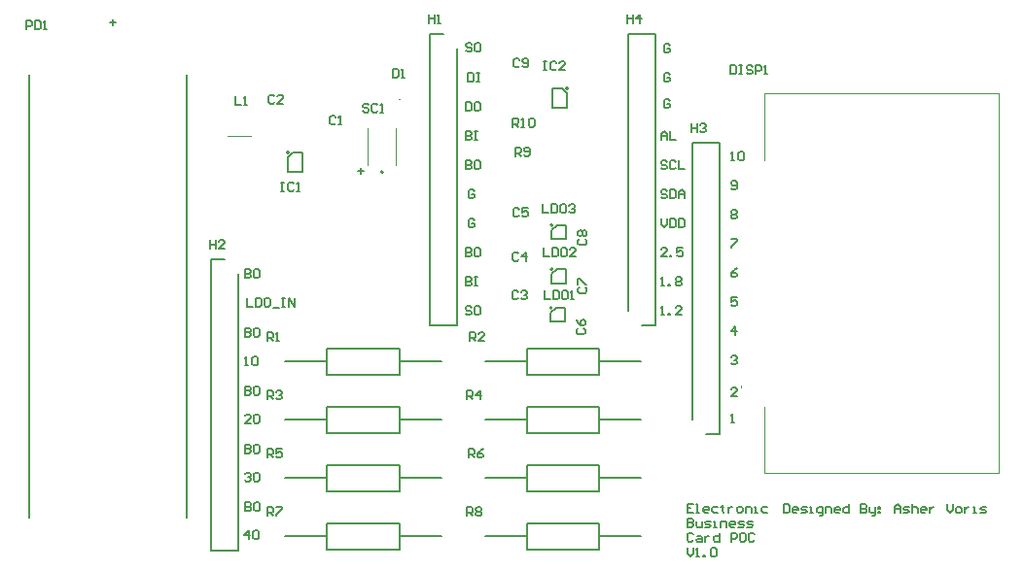
<source format=gto>
G04*
G04 #@! TF.GenerationSoftware,Altium Limited,Altium Designer,21.3.2 (30)*
G04*
G04 Layer_Color=65535*
%FSLAX25Y25*%
%MOIN*%
G70*
G04*
G04 #@! TF.SameCoordinates,854D5A4D-7B49-4B2E-BA62-70F088FD304A*
G04*
G04*
G04 #@! TF.FilePolarity,Positive*
G04*
G01*
G75*
%ADD10C,0.00394*%
%ADD11C,0.00787*%
%ADD12C,0.00600*%
D10*
X6901Y6370D02*
G03*
X6901Y6370I-197J0D01*
G01*
X134803Y162571D02*
G03*
X135197Y162571I197J0D01*
G01*
D02*
G03*
X134803Y162571I-197J0D01*
G01*
X260000Y141634D02*
Y164272D01*
Y141634D02*
Y164272D01*
Y164469D02*
X340315D01*
X260000D02*
X340315D01*
Y34154D02*
Y164469D01*
Y34154D02*
Y164469D01*
X260000Y34154D02*
X340315D01*
X260000D02*
X340315D01*
X260000D02*
Y56988D01*
Y34154D02*
Y56988D01*
X76063Y150000D02*
X83937D01*
X133740Y139882D02*
Y152480D01*
X123898Y139882D02*
Y152480D01*
D11*
X252126Y63484D02*
G03*
X252126Y63878I0J197D01*
G01*
D02*
G03*
X252126Y63484I0J-197D01*
G01*
D02*
G03*
X252126Y63878I0J197D01*
G01*
X97047Y144272D02*
G03*
X97047Y144272I-394J0D01*
G01*
X192665Y166272D02*
G03*
X192665Y166272I-394J0D01*
G01*
X187443Y119433D02*
G03*
X187443Y119433I-394J0D01*
G01*
X128425Y137520D02*
G03*
X129213Y137520I394J0D01*
G01*
D02*
G03*
X128425Y137520I-394J0D01*
G01*
X187132Y91000D02*
G03*
X187132Y91000I-394J0D01*
G01*
X187443Y104222D02*
G03*
X187443Y104222I-394J0D01*
G01*
X62067Y19016D02*
Y170984D01*
X7933Y19016D02*
Y170984D01*
X213256Y90000D02*
Y185000D01*
X222744D01*
Y85000D02*
Y185000D01*
X218000Y85000D02*
X222744D01*
X96653Y142500D02*
X98425Y144272D01*
X96653Y137579D02*
Y142500D01*
Y137579D02*
X101772D01*
Y144272D01*
X98425D02*
X101772D01*
X190500Y166272D02*
X192272Y164500D01*
X187153Y166272D02*
X190500D01*
X187153Y159579D02*
Y166272D01*
Y159579D02*
X192272D01*
Y164500D01*
X187049Y117689D02*
X188793Y119433D01*
X187049Y114567D02*
Y117689D01*
Y114567D02*
X191915D01*
Y119433D01*
X188793D02*
X191915D01*
X203413Y12500D02*
X217783D01*
X164240D02*
X178610D01*
Y7972D02*
Y17028D01*
Y7972D02*
X203413D01*
Y17028D01*
X178610D02*
X203413D01*
X154744Y85000D02*
Y180000D01*
X145256Y85000D02*
X154744D01*
X145256D02*
Y185000D01*
X150000D01*
X79744Y7500D02*
Y102500D01*
X70256Y7500D02*
X79744D01*
X70256D02*
Y107500D01*
X75000D01*
X235256Y52500D02*
Y147500D01*
X244744D01*
Y47500D02*
Y147500D01*
X240000Y47500D02*
X244744D01*
X186738Y89256D02*
X188482Y91000D01*
X186738Y86134D02*
Y89256D01*
Y86134D02*
X191604D01*
Y91000D01*
X188482D02*
X191604D01*
X187049Y102478D02*
X188793Y104222D01*
X187049Y99356D02*
Y102478D01*
Y99356D02*
X191915D01*
Y104222D01*
X188793D02*
X191915D01*
X134913Y72500D02*
X149284D01*
X95740D02*
X110110D01*
Y67972D02*
Y77028D01*
Y67972D02*
X134913D01*
Y77028D01*
X110110D02*
X134913D01*
X203390Y72500D02*
X217760D01*
X164216D02*
X178587D01*
Y67972D02*
Y77028D01*
Y67972D02*
X203390D01*
Y77028D01*
X178587D02*
X203390D01*
X134913Y52500D02*
X149284D01*
X95740D02*
X110110D01*
Y47972D02*
Y57028D01*
Y47972D02*
X134913D01*
Y57028D01*
X110110D02*
X134913D01*
X203390Y52500D02*
X217760D01*
X164216D02*
X178587D01*
Y47972D02*
Y57028D01*
Y47972D02*
X203390D01*
Y57028D01*
X178587D02*
X203390D01*
X134913Y32500D02*
X149284D01*
X95740D02*
X110110D01*
Y27972D02*
Y37028D01*
Y27972D02*
X134913D01*
Y37028D01*
X110110D02*
X134913D01*
X203413Y32500D02*
X217783D01*
X164240D02*
X178610D01*
Y27972D02*
Y37028D01*
Y27972D02*
X203413D01*
Y37028D01*
X178610D02*
X203413D01*
X134913Y12500D02*
X149284D01*
X95740D02*
X110110D01*
Y7972D02*
Y17028D01*
Y7972D02*
X134913D01*
Y17028D01*
X110110D02*
X134913D01*
D12*
X250599Y60600D02*
X248600D01*
X250599Y62599D01*
Y63099D01*
X250099Y63599D01*
X249100D01*
X248600Y63099D01*
X81900Y83999D02*
Y81000D01*
X83399D01*
X83899Y81500D01*
Y82000D01*
X83399Y82499D01*
X81900D01*
X83399D01*
X83899Y82999D01*
Y83499D01*
X83399Y83999D01*
X81900D01*
X86399D02*
X85399D01*
X84899Y83499D01*
Y81500D01*
X85399Y81000D01*
X86399D01*
X86898Y81500D01*
Y83499D01*
X86399Y83999D01*
X82600Y94299D02*
Y91300D01*
X84599D01*
X85599Y94299D02*
Y91300D01*
X87099D01*
X87598Y91800D01*
Y93799D01*
X87099Y94299D01*
X85599D01*
X90098D02*
X89098D01*
X88598Y93799D01*
Y91800D01*
X89098Y91300D01*
X90098D01*
X90597Y91800D01*
Y93799D01*
X90098Y94299D01*
X91597Y90800D02*
X93596D01*
X94596Y94299D02*
X95596D01*
X95096D01*
Y91300D01*
X94596D01*
X95596D01*
X97095D02*
Y94299D01*
X99095Y91300D01*
Y94299D01*
X83899Y51300D02*
X81900D01*
X83899Y53299D01*
Y53799D01*
X83399Y54299D01*
X82400D01*
X81900Y53799D01*
X84899D02*
X85399Y54299D01*
X86399D01*
X86898Y53799D01*
Y51800D01*
X86399Y51300D01*
X85399D01*
X84899Y51800D01*
Y53799D01*
X159699Y181299D02*
X159200Y181799D01*
X158200D01*
X157700Y181299D01*
Y180799D01*
X158200Y180299D01*
X159200D01*
X159699Y179800D01*
Y179300D01*
X159200Y178800D01*
X158200D01*
X157700Y179300D01*
X162199Y181799D02*
X161199D01*
X160699Y181299D01*
Y179300D01*
X161199Y178800D01*
X162199D01*
X162698Y179300D01*
Y181299D01*
X162199Y181799D01*
X248600Y141600D02*
X249600D01*
X249100D01*
Y144599D01*
X248600Y144099D01*
X251099D02*
X251599Y144599D01*
X252599D01*
X253099Y144099D01*
Y142100D01*
X252599Y141600D01*
X251599D01*
X251099Y142100D01*
Y144099D01*
X248600Y114599D02*
X250599D01*
Y114099D01*
X248600Y112100D01*
Y111600D01*
Y74099D02*
X249100Y74599D01*
X250099D01*
X250599Y74099D01*
Y73599D01*
X250099Y73099D01*
X249600D01*
X250099D01*
X250599Y72600D01*
Y72100D01*
X250099Y71600D01*
X249100D01*
X248600Y72100D01*
X157600Y161599D02*
Y158600D01*
X159099D01*
X159599Y159100D01*
Y161099D01*
X159099Y161599D01*
X157600D01*
X162099D02*
X161099D01*
X160599Y161099D01*
Y159100D01*
X161099Y158600D01*
X162099D01*
X162598Y159100D01*
Y161099D01*
X162099Y161599D01*
X250599Y94599D02*
X248600D01*
Y93099D01*
X249600Y93599D01*
X250099D01*
X250599Y93099D01*
Y92100D01*
X250099Y91600D01*
X249100D01*
X248600Y92100D01*
X157600Y101599D02*
Y98600D01*
X159099D01*
X159599Y99100D01*
Y99600D01*
X159099Y100100D01*
X157600D01*
X159099D01*
X159599Y100599D01*
Y101099D01*
X159099Y101599D01*
X157600D01*
X160599D02*
X161599D01*
X161099D01*
Y98600D01*
X160599D01*
X161599D01*
X250099Y81600D02*
Y84599D01*
X248600Y83100D01*
X250599D01*
X226599Y131099D02*
X226099Y131599D01*
X225100D01*
X224600Y131099D01*
Y130599D01*
X225100Y130099D01*
X226099D01*
X226599Y129600D01*
Y129100D01*
X226099Y128600D01*
X225100D01*
X224600Y129100D01*
X227599Y131599D02*
Y128600D01*
X229099D01*
X229598Y129100D01*
Y131099D01*
X229099Y131599D01*
X227599D01*
X230598Y128600D02*
Y130599D01*
X231598Y131599D01*
X232597Y130599D01*
Y128600D01*
Y130099D01*
X230598D01*
X227599Y181099D02*
X227099Y181599D01*
X226100D01*
X225600Y181099D01*
Y179100D01*
X226100Y178600D01*
X227099D01*
X227599Y179100D01*
Y180099D01*
X226600D01*
X157600Y151599D02*
Y148600D01*
X159099D01*
X159599Y149100D01*
Y149600D01*
X159099Y150100D01*
X157600D01*
X159099D01*
X159599Y150599D01*
Y151099D01*
X159099Y151599D01*
X157600D01*
X160599D02*
X161599D01*
X161099D01*
Y148600D01*
X160599D01*
X161599D01*
X157600Y111599D02*
Y108600D01*
X159099D01*
X159599Y109100D01*
Y109600D01*
X159099Y110099D01*
X157600D01*
X159099D01*
X159599Y110599D01*
Y111099D01*
X159099Y111599D01*
X157600D01*
X162099D02*
X161099D01*
X160599Y111099D01*
Y109100D01*
X161099Y108600D01*
X162099D01*
X162598Y109100D01*
Y111099D01*
X162099Y111599D01*
X226599Y141099D02*
X226099Y141599D01*
X225100D01*
X224600Y141099D01*
Y140599D01*
X225100Y140100D01*
X226099D01*
X226599Y139600D01*
Y139100D01*
X226099Y138600D01*
X225100D01*
X224600Y139100D01*
X229598Y141099D02*
X229099Y141599D01*
X228099D01*
X227599Y141099D01*
Y139100D01*
X228099Y138600D01*
X229099D01*
X229598Y139100D01*
X230598Y141599D02*
Y138600D01*
X232597D01*
X83200Y11500D02*
Y14499D01*
X81700Y13000D01*
X83699D01*
X84699Y13999D02*
X85199Y14499D01*
X86199D01*
X86698Y13999D01*
Y12000D01*
X86199Y11500D01*
X85199D01*
X84699Y12000D01*
Y13999D01*
X235599Y23716D02*
X233600D01*
Y20717D01*
X235599D01*
X233600Y22216D02*
X234600D01*
X236599Y20717D02*
X237599D01*
X237099D01*
Y23716D01*
X236599D01*
X240598Y20717D02*
X239598D01*
X239098Y21216D01*
Y22216D01*
X239598Y22716D01*
X240598D01*
X241098Y22216D01*
Y21716D01*
X239098D01*
X244097Y22716D02*
X242597D01*
X242097Y22216D01*
Y21216D01*
X242597Y20717D01*
X244097D01*
X245596Y23216D02*
Y22716D01*
X245096D01*
X246096D01*
X245596D01*
Y21216D01*
X246096Y20717D01*
X247596Y22716D02*
Y20717D01*
Y21716D01*
X248095Y22216D01*
X248595Y22716D01*
X249095D01*
X251094Y20717D02*
X252094D01*
X252594Y21216D01*
Y22216D01*
X252094Y22716D01*
X251094D01*
X250594Y22216D01*
Y21216D01*
X251094Y20717D01*
X253593D02*
Y22716D01*
X255093D01*
X255593Y22216D01*
Y20717D01*
X256593D02*
X257592D01*
X257092D01*
Y22716D01*
X256593D01*
X261091D02*
X259592D01*
X259092Y22216D01*
Y21216D01*
X259592Y20717D01*
X261091D01*
X233600Y18677D02*
Y15678D01*
X235100D01*
X235599Y16177D01*
Y16677D01*
X235100Y17177D01*
X233600D01*
X235100D01*
X235599Y17677D01*
Y18177D01*
X235100Y18677D01*
X233600D01*
X236599Y17677D02*
Y16177D01*
X237099Y15678D01*
X238598D01*
Y17677D01*
X239598Y15678D02*
X241098D01*
X241597Y16177D01*
X241098Y16677D01*
X240098D01*
X239598Y17177D01*
X240098Y17677D01*
X241597D01*
X242597Y15678D02*
X243597D01*
X243097D01*
Y17677D01*
X242597D01*
X245096Y15678D02*
Y17677D01*
X246596D01*
X247096Y17177D01*
Y15678D01*
X249595D02*
X248595D01*
X248095Y16177D01*
Y17177D01*
X248595Y17677D01*
X249595D01*
X250095Y17177D01*
Y16677D01*
X248095D01*
X251094Y15678D02*
X252594D01*
X253094Y16177D01*
X252594Y16677D01*
X251594D01*
X251094Y17177D01*
X251594Y17677D01*
X253094D01*
X254093Y15678D02*
X255593D01*
X256093Y16177D01*
X255593Y16677D01*
X254593D01*
X254093Y17177D01*
X254593Y17677D01*
X256093D01*
X235599Y13138D02*
X235100Y13638D01*
X234100D01*
X233600Y13138D01*
Y11139D01*
X234100Y10639D01*
X235100D01*
X235599Y11139D01*
X237099Y12638D02*
X238099D01*
X238598Y12138D01*
Y10639D01*
X237099D01*
X236599Y11139D01*
X237099Y11638D01*
X238598D01*
X239598Y12638D02*
Y10639D01*
Y11638D01*
X240098Y12138D01*
X240598Y12638D01*
X241098D01*
X244596Y13638D02*
Y10639D01*
X243097D01*
X242597Y11139D01*
Y12138D01*
X243097Y12638D01*
X244596D01*
X248595Y10639D02*
Y13638D01*
X250095D01*
X250594Y13138D01*
Y12138D01*
X250095Y11638D01*
X248595D01*
X253094Y13638D02*
X252094D01*
X251594Y13138D01*
Y11139D01*
X252094Y10639D01*
X253094D01*
X253593Y11139D01*
Y13138D01*
X253094Y13638D01*
X256593Y13138D02*
X256093Y13638D01*
X255093D01*
X254593Y13138D01*
Y11139D01*
X255093Y10639D01*
X256093D01*
X256593Y11139D01*
X233600Y8599D02*
Y6600D01*
X234600Y5600D01*
X235599Y6600D01*
Y8599D01*
X236599Y5600D02*
X237599D01*
X237099D01*
Y8599D01*
X236599Y8099D01*
X239098Y5600D02*
Y6100D01*
X239598D01*
Y5600D01*
X239098D01*
X241597Y8099D02*
X242097Y8599D01*
X243097D01*
X243597Y8099D01*
Y6100D01*
X243097Y5600D01*
X242097D01*
X241597Y6100D01*
Y8099D01*
X160599Y131099D02*
X160099Y131599D01*
X159100D01*
X158600Y131099D01*
Y129100D01*
X159100Y128600D01*
X160099D01*
X160599Y129100D01*
Y130099D01*
X159600D01*
X157600Y141599D02*
Y138600D01*
X159099D01*
X159599Y139100D01*
Y139600D01*
X159099Y140100D01*
X157600D01*
X159099D01*
X159599Y140599D01*
Y141099D01*
X159099Y141599D01*
X157600D01*
X162099D02*
X161099D01*
X160599Y141099D01*
Y139100D01*
X161099Y138600D01*
X162099D01*
X162598Y139100D01*
Y141099D01*
X162099Y141599D01*
X248600Y124099D02*
X249100Y124599D01*
X250099D01*
X250599Y124099D01*
Y123599D01*
X250099Y123100D01*
X250599Y122600D01*
Y122100D01*
X250099Y121600D01*
X249100D01*
X248600Y122100D01*
Y122600D01*
X249100Y123100D01*
X248600Y123599D01*
Y124099D01*
X249100Y123100D02*
X250099D01*
X81900Y71200D02*
X82900D01*
X82400D01*
Y74199D01*
X81900Y73699D01*
X84399D02*
X84899Y74199D01*
X85899D01*
X86399Y73699D01*
Y71700D01*
X85899Y71200D01*
X84899D01*
X84399Y71700D01*
Y73699D01*
X81900Y44099D02*
Y41100D01*
X83399D01*
X83899Y41600D01*
Y42100D01*
X83399Y42599D01*
X81900D01*
X83399D01*
X83899Y43099D01*
Y43599D01*
X83399Y44099D01*
X81900D01*
X86399D02*
X85399D01*
X84899Y43599D01*
Y41600D01*
X85399Y41100D01*
X86399D01*
X86898Y41600D01*
Y43599D01*
X86399Y44099D01*
X160599Y121099D02*
X160099Y121599D01*
X159100D01*
X158600Y121099D01*
Y119100D01*
X159100Y118600D01*
X160099D01*
X160599Y119100D01*
Y120099D01*
X159600D01*
X226599Y108600D02*
X224600D01*
X226599Y110599D01*
Y111099D01*
X226099Y111599D01*
X225100D01*
X224600Y111099D01*
X227599Y108600D02*
Y109100D01*
X228099D01*
Y108600D01*
X227599D01*
X232098Y111599D02*
X230098D01*
Y110099D01*
X231098Y110599D01*
X231598D01*
X232098Y110099D01*
Y109100D01*
X231598Y108600D01*
X230598D01*
X230098Y109100D01*
X35700Y189100D02*
X37699D01*
X36700Y190099D02*
Y188100D01*
X82100Y24199D02*
Y21200D01*
X83600D01*
X84099Y21700D01*
Y22200D01*
X83600Y22700D01*
X82100D01*
X83600D01*
X84099Y23199D01*
Y23699D01*
X83600Y24199D01*
X82100D01*
X86599D02*
X85599D01*
X85099Y23699D01*
Y21700D01*
X85599Y21200D01*
X86599D01*
X87098Y21700D01*
Y23699D01*
X86599Y24199D01*
X224600Y148600D02*
Y150599D01*
X225600Y151599D01*
X226599Y150599D01*
Y148600D01*
Y150100D01*
X224600D01*
X227599Y151599D02*
Y148600D01*
X229598D01*
X81900Y64099D02*
Y61100D01*
X83399D01*
X83899Y61600D01*
Y62100D01*
X83399Y62599D01*
X81900D01*
X83399D01*
X83899Y63099D01*
Y63599D01*
X83399Y64099D01*
X81900D01*
X86399D02*
X85399D01*
X84899Y63599D01*
Y61600D01*
X85399Y61100D01*
X86399D01*
X86898Y61600D01*
Y63599D01*
X86399Y64099D01*
X248600Y132100D02*
X249100Y131600D01*
X250099D01*
X250599Y132100D01*
Y134099D01*
X250099Y134599D01*
X249100D01*
X248600Y134099D01*
Y133599D01*
X249100Y133099D01*
X250599D01*
X227599Y162099D02*
X227099Y162599D01*
X226100D01*
X225600Y162099D01*
Y160100D01*
X226100Y159600D01*
X227099D01*
X227599Y160100D01*
Y161100D01*
X226600D01*
X224600Y88600D02*
X225600D01*
X225100D01*
Y91599D01*
X224600Y91099D01*
X227099Y88600D02*
Y89100D01*
X227599D01*
Y88600D01*
X227099D01*
X231598D02*
X229598D01*
X231598Y90599D01*
Y91099D01*
X231098Y91599D01*
X230098D01*
X229598Y91099D01*
X158300Y171499D02*
Y168500D01*
X159800D01*
X160299Y169000D01*
Y170999D01*
X159800Y171499D01*
X158300D01*
X161299D02*
X162299D01*
X161799D01*
Y168500D01*
X161299D01*
X162299D01*
X266600Y23599D02*
Y20600D01*
X268099D01*
X268599Y21100D01*
Y23099D01*
X268099Y23599D01*
X266600D01*
X271098Y20600D02*
X270099D01*
X269599Y21100D01*
Y22099D01*
X270099Y22599D01*
X271098D01*
X271598Y22099D01*
Y21599D01*
X269599D01*
X272598Y20600D02*
X274098D01*
X274597Y21100D01*
X274098Y21599D01*
X273098D01*
X272598Y22099D01*
X273098Y22599D01*
X274597D01*
X275597Y20600D02*
X276597D01*
X276097D01*
Y22599D01*
X275597D01*
X279096Y19600D02*
X279596D01*
X280096Y20100D01*
Y22599D01*
X278596D01*
X278096Y22099D01*
Y21100D01*
X278596Y20600D01*
X280096D01*
X281095D02*
Y22599D01*
X282595D01*
X283095Y22099D01*
Y20600D01*
X285594D02*
X284594D01*
X284094Y21100D01*
Y22099D01*
X284594Y22599D01*
X285594D01*
X286094Y22099D01*
Y21599D01*
X284094D01*
X289093Y23599D02*
Y20600D01*
X287593D01*
X287093Y21100D01*
Y22099D01*
X287593Y22599D01*
X289093D01*
X293091Y23599D02*
Y20600D01*
X294591D01*
X295091Y21100D01*
Y21599D01*
X294591Y22099D01*
X293091D01*
X294591D01*
X295091Y22599D01*
Y23099D01*
X294591Y23599D01*
X293091D01*
X296091Y22599D02*
Y21100D01*
X296590Y20600D01*
X298090D01*
Y20100D01*
X297590Y19600D01*
X297090D01*
X298090Y20600D02*
Y22599D01*
X299090D02*
X299589D01*
Y22099D01*
X299090D01*
Y22599D01*
Y21100D02*
X299589D01*
Y20600D01*
X299090D01*
Y21100D01*
X304588Y20600D02*
Y22599D01*
X305587Y23599D01*
X306587Y22599D01*
Y20600D01*
Y22099D01*
X304588D01*
X307587Y20600D02*
X309086D01*
X309586Y21100D01*
X309086Y21599D01*
X308087D01*
X307587Y22099D01*
X308087Y22599D01*
X309586D01*
X310586Y23599D02*
Y20600D01*
Y22099D01*
X311086Y22599D01*
X312085D01*
X312585Y22099D01*
Y20600D01*
X315084D02*
X314085D01*
X313585Y21100D01*
Y22099D01*
X314085Y22599D01*
X315084D01*
X315584Y22099D01*
Y21599D01*
X313585D01*
X316584Y22599D02*
Y20600D01*
Y21599D01*
X317084Y22099D01*
X317583Y22599D01*
X318083D01*
X322582Y23599D02*
Y21599D01*
X323582Y20600D01*
X324581Y21599D01*
Y23599D01*
X326081Y20600D02*
X327080D01*
X327580Y21100D01*
Y22099D01*
X327080Y22599D01*
X326081D01*
X325581Y22099D01*
Y21100D01*
X326081Y20600D01*
X328580Y22599D02*
Y20600D01*
Y21599D01*
X329080Y22099D01*
X329580Y22599D01*
X330080D01*
X331579Y20600D02*
X332579D01*
X332079D01*
Y22599D01*
X331579D01*
X334078Y20600D02*
X335578D01*
X336077Y21100D01*
X335578Y21599D01*
X334578D01*
X334078Y22099D01*
X334578Y22599D01*
X336077D01*
X250599Y104599D02*
X249600Y104099D01*
X248600Y103100D01*
Y102100D01*
X249100Y101600D01*
X250099D01*
X250599Y102100D01*
Y102600D01*
X250099Y103100D01*
X248600D01*
X81800Y33799D02*
X82300Y34299D01*
X83299D01*
X83799Y33799D01*
Y33299D01*
X83299Y32800D01*
X82800D01*
X83299D01*
X83799Y32300D01*
Y31800D01*
X83299Y31300D01*
X82300D01*
X81800Y31800D01*
X84799Y33799D02*
X85299Y34299D01*
X86299D01*
X86798Y33799D01*
Y31800D01*
X86299Y31300D01*
X85299D01*
X84799Y31800D01*
Y33799D01*
X120600Y138100D02*
X122599D01*
X121600Y139099D02*
Y137100D01*
X227599Y171099D02*
X227099Y171599D01*
X226100D01*
X225600Y171099D01*
Y169100D01*
X226100Y168600D01*
X227099D01*
X227599Y169100D01*
Y170099D01*
X226600D01*
X224600Y98600D02*
X225600D01*
X225100D01*
Y101599D01*
X224600Y101099D01*
X227099Y98600D02*
Y99100D01*
X227599D01*
Y98600D01*
X227099D01*
X229598Y101099D02*
X230098Y101599D01*
X231098D01*
X231598Y101099D01*
Y100599D01*
X231098Y100100D01*
X231598Y99600D01*
Y99100D01*
X231098Y98600D01*
X230098D01*
X229598Y99100D01*
Y99600D01*
X230098Y100100D01*
X229598Y100599D01*
Y101099D01*
X230098Y100100D02*
X231098D01*
X224600Y121599D02*
Y119600D01*
X225600Y118600D01*
X226599Y119600D01*
Y121599D01*
X227599D02*
Y118600D01*
X229099D01*
X229598Y119100D01*
Y121099D01*
X229099Y121599D01*
X227599D01*
X230598D02*
Y118600D01*
X232098D01*
X232597Y119100D01*
Y121099D01*
X232098Y121599D01*
X230598D01*
X248600Y51600D02*
X249600D01*
X249100D01*
Y54599D01*
X248600Y54099D01*
X81900Y104199D02*
Y101200D01*
X83399D01*
X83899Y101700D01*
Y102200D01*
X83399Y102699D01*
X81900D01*
X83399D01*
X83899Y103199D01*
Y103699D01*
X83399Y104199D01*
X81900D01*
X86399D02*
X85399D01*
X84899Y103699D01*
Y101700D01*
X85399Y101200D01*
X86399D01*
X86898Y101700D01*
Y103699D01*
X86399Y104199D01*
X159599Y91099D02*
X159099Y91599D01*
X158100D01*
X157600Y91099D01*
Y90599D01*
X158100Y90100D01*
X159099D01*
X159599Y89600D01*
Y89100D01*
X159099Y88600D01*
X158100D01*
X157600Y89100D01*
X162099Y91599D02*
X161099D01*
X160599Y91099D01*
Y89100D01*
X161099Y88600D01*
X162099D01*
X162598Y89100D01*
Y91099D01*
X162099Y91599D01*
X6900Y186500D02*
Y189499D01*
X8400D01*
X8899Y188999D01*
Y187999D01*
X8400Y187500D01*
X6900D01*
X9899Y189499D02*
Y186500D01*
X11399D01*
X11898Y187000D01*
Y188999D01*
X11399Y189499D01*
X9899D01*
X12898Y186500D02*
X13898D01*
X13398D01*
Y189499D01*
X12898Y188999D01*
X174501Y143000D02*
Y146000D01*
X176000D01*
X176500Y145500D01*
Y144500D01*
X176000Y144000D01*
X174501D01*
X175501D02*
X176500Y143000D01*
X177500Y143500D02*
X178000Y143000D01*
X178999D01*
X179499Y143500D01*
Y145500D01*
X178999Y146000D01*
X178000D01*
X177500Y145500D01*
Y145000D01*
X178000Y144500D01*
X179499D01*
X173751Y153001D02*
Y156000D01*
X175251D01*
X175751Y155500D01*
Y154500D01*
X175251Y154000D01*
X173751D01*
X174751D02*
X175751Y153001D01*
X176750D02*
X177750D01*
X177250D01*
Y156000D01*
X176750Y155500D01*
X179249D02*
X179749Y156000D01*
X180749D01*
X181249Y155500D01*
Y153500D01*
X180749Y153001D01*
X179749D01*
X179249Y153500D01*
Y155500D01*
X176000Y176000D02*
X175500Y176499D01*
X174501D01*
X174001Y176000D01*
Y174000D01*
X174501Y173501D01*
X175500D01*
X176000Y174000D01*
X177000D02*
X177500Y173501D01*
X178499D01*
X178999Y174000D01*
Y176000D01*
X178499Y176499D01*
X177500D01*
X177000Y176000D01*
Y175500D01*
X177500Y175000D01*
X178999D01*
X132501Y173063D02*
Y170063D01*
X134000D01*
X134500Y170563D01*
Y172563D01*
X134000Y173063D01*
X132501D01*
X135500Y170063D02*
X136499D01*
X136000D01*
Y173063D01*
X135500Y172563D01*
X248400Y174199D02*
Y171200D01*
X249900D01*
X250399Y171700D01*
Y173699D01*
X249900Y174199D01*
X248400D01*
X251399D02*
X252399D01*
X251899D01*
Y171200D01*
X251399D01*
X252399D01*
X255898Y173699D02*
X255398Y174199D01*
X254398D01*
X253898Y173699D01*
Y173199D01*
X254398Y172699D01*
X255398D01*
X255898Y172200D01*
Y171700D01*
X255398Y171200D01*
X254398D01*
X253898Y171700D01*
X256897Y171200D02*
Y174199D01*
X258397D01*
X258897Y173699D01*
Y172699D01*
X258397Y172200D01*
X256897D01*
X259896Y171200D02*
X260896D01*
X260396D01*
Y174199D01*
X259896Y173699D01*
X212800Y191699D02*
Y188700D01*
Y190199D01*
X214799D01*
Y191699D01*
Y188700D01*
X217299D02*
Y191699D01*
X215799Y190199D01*
X217798D01*
X94251Y134000D02*
X95251D01*
X94751D01*
Y131000D01*
X94251D01*
X95251D01*
X98750Y133500D02*
X98250Y134000D01*
X97250D01*
X96750Y133500D01*
Y131500D01*
X97250Y131000D01*
X98250D01*
X98750Y131500D01*
X99749Y131000D02*
X100749D01*
X100249D01*
Y134000D01*
X99749Y133500D01*
X184200Y175599D02*
X185200D01*
X184700D01*
Y172600D01*
X184200D01*
X185200D01*
X188699Y175099D02*
X188199Y175599D01*
X187199D01*
X186699Y175099D01*
Y173100D01*
X187199Y172600D01*
X188199D01*
X188699Y173100D01*
X191698Y172600D02*
X189698D01*
X191698Y174599D01*
Y175099D01*
X191198Y175599D01*
X190198D01*
X189698Y175099D01*
X78501Y163499D02*
Y160501D01*
X80500D01*
X81500D02*
X82499D01*
X81999D01*
Y163499D01*
X81500Y163000D01*
X183984Y126499D02*
Y123501D01*
X185983D01*
X186983Y126499D02*
Y123501D01*
X188482D01*
X188982Y124000D01*
Y126000D01*
X188482Y126499D01*
X186983D01*
X191481D02*
X190482D01*
X189982Y126000D01*
Y124000D01*
X190482Y123501D01*
X191481D01*
X191981Y124000D01*
Y126000D01*
X191481Y126499D01*
X192981Y126000D02*
X193481Y126499D01*
X194480D01*
X194980Y126000D01*
Y125500D01*
X194480Y125000D01*
X193980D01*
X194480D01*
X194980Y124500D01*
Y124000D01*
X194480Y123501D01*
X193481D01*
X192981Y124000D01*
X158001Y19500D02*
Y22500D01*
X159500D01*
X160000Y22000D01*
Y21000D01*
X159500Y20500D01*
X158001D01*
X159001D02*
X160000Y19500D01*
X161000Y22000D02*
X161500Y22500D01*
X162499D01*
X162999Y22000D01*
Y21500D01*
X162499Y21000D01*
X162999Y20500D01*
Y20000D01*
X162499Y19500D01*
X161500D01*
X161000Y20000D01*
Y20500D01*
X161500Y21000D01*
X161000Y21500D01*
Y22000D01*
X161500Y21000D02*
X162499D01*
X124299Y160499D02*
X123800Y160999D01*
X122800D01*
X122300Y160499D01*
Y159999D01*
X122800Y159500D01*
X123800D01*
X124299Y159000D01*
Y158500D01*
X123800Y158000D01*
X122800D01*
X122300Y158500D01*
X127298Y160499D02*
X126799Y160999D01*
X125799D01*
X125299Y160499D01*
Y158500D01*
X125799Y158000D01*
X126799D01*
X127298Y158500D01*
X128298Y158000D02*
X129298D01*
X128798D01*
Y160999D01*
X128298Y160499D01*
X113099Y156299D02*
X112600Y156799D01*
X111600D01*
X111100Y156299D01*
Y154300D01*
X111600Y153800D01*
X112600D01*
X113099Y154300D01*
X114099Y153800D02*
X115099D01*
X114599D01*
Y156799D01*
X114099Y156299D01*
X92000Y163500D02*
X91500Y163999D01*
X90501D01*
X90001Y163500D01*
Y161500D01*
X90501Y161001D01*
X91500D01*
X92000Y161500D01*
X94999Y161001D02*
X93000D01*
X94999Y163000D01*
Y163500D01*
X94499Y163999D01*
X93500D01*
X93000Y163500D01*
X175599Y96399D02*
X175100Y96899D01*
X174100D01*
X173600Y96399D01*
Y94400D01*
X174100Y93900D01*
X175100D01*
X175599Y94400D01*
X176599Y96399D02*
X177099Y96899D01*
X178099D01*
X178598Y96399D01*
Y95899D01*
X178099Y95399D01*
X177599D01*
X178099D01*
X178598Y94900D01*
Y94400D01*
X178099Y93900D01*
X177099D01*
X176599Y94400D01*
X175699Y109599D02*
X175199Y110099D01*
X174200D01*
X173700Y109599D01*
Y107600D01*
X174200Y107100D01*
X175199D01*
X175699Y107600D01*
X178199Y107100D02*
Y110099D01*
X176699Y108599D01*
X178698D01*
X175799Y124699D02*
X175300Y125199D01*
X174300D01*
X173800Y124699D01*
Y122700D01*
X174300Y122200D01*
X175300D01*
X175799Y122700D01*
X178798Y125199D02*
X176799D01*
Y123699D01*
X177799Y124199D01*
X178299D01*
X178798Y123699D01*
Y122700D01*
X178299Y122200D01*
X177299D01*
X176799Y122700D01*
X196000Y83900D02*
X195501Y83400D01*
Y82401D01*
X196000Y81901D01*
X198000D01*
X198500Y82401D01*
Y83400D01*
X198000Y83900D01*
X195501Y86899D02*
X196000Y85900D01*
X197000Y84900D01*
X198000D01*
X198500Y85400D01*
Y86399D01*
X198000Y86899D01*
X197500D01*
X197000Y86399D01*
Y84900D01*
X196500Y98000D02*
X196001Y97500D01*
Y96501D01*
X196500Y96001D01*
X198500D01*
X199000Y96501D01*
Y97500D01*
X198500Y98000D01*
X196001Y99000D02*
Y100999D01*
X196500D01*
X198500Y99000D01*
X199000D01*
X196500Y114600D02*
X196001Y114100D01*
Y113101D01*
X196500Y112601D01*
X198500D01*
X199000Y113101D01*
Y114100D01*
X198500Y114600D01*
X196500Y115600D02*
X196001Y116100D01*
Y117099D01*
X196500Y117599D01*
X197000D01*
X197500Y117099D01*
X198000Y117599D01*
X198500D01*
X199000Y117099D01*
Y116100D01*
X198500Y115600D01*
X198000D01*
X197500Y116100D01*
X197000Y115600D01*
X196500D01*
X197500Y116100D02*
Y117099D01*
X144800Y191699D02*
Y188700D01*
Y190199D01*
X146799D01*
Y191699D01*
Y188700D01*
X147799D02*
X148799D01*
X148299D01*
Y191699D01*
X147799Y191199D01*
X69800Y114199D02*
Y111200D01*
Y112699D01*
X71799D01*
Y114199D01*
Y111200D01*
X74798D02*
X72799D01*
X74798Y113199D01*
Y113699D01*
X74299Y114199D01*
X73299D01*
X72799Y113699D01*
X234800Y154199D02*
Y151200D01*
Y152699D01*
X236799D01*
Y154199D01*
Y151200D01*
X237799Y153699D02*
X238299Y154199D01*
X239299D01*
X239798Y153699D01*
Y153199D01*
X239299Y152699D01*
X238799D01*
X239299D01*
X239798Y152200D01*
Y151700D01*
X239299Y151200D01*
X238299D01*
X237799Y151700D01*
X184484Y96877D02*
Y93878D01*
X186483D01*
X187483Y96877D02*
Y93878D01*
X188982D01*
X189482Y94378D01*
Y96378D01*
X188982Y96877D01*
X187483D01*
X191981D02*
X190981D01*
X190482Y96378D01*
Y94378D01*
X190981Y93878D01*
X191981D01*
X192481Y94378D01*
Y96378D01*
X191981Y96877D01*
X193481Y93878D02*
X194480D01*
X193980D01*
Y96877D01*
X193481Y96378D01*
X184195Y111500D02*
Y108501D01*
X186194D01*
X187194Y111500D02*
Y108501D01*
X188693D01*
X189193Y109000D01*
Y111000D01*
X188693Y111500D01*
X187194D01*
X191692D02*
X190693D01*
X190193Y111000D01*
Y109000D01*
X190693Y108501D01*
X191692D01*
X192192Y109000D01*
Y111000D01*
X191692Y111500D01*
X195191Y108501D02*
X193192D01*
X195191Y110500D01*
Y111000D01*
X194691Y111500D01*
X193692D01*
X193192Y111000D01*
X89501Y79501D02*
Y82499D01*
X91000D01*
X91500Y82000D01*
Y81000D01*
X91000Y80500D01*
X89501D01*
X90500D02*
X91500Y79501D01*
X92500D02*
X93499D01*
X93000D01*
Y82499D01*
X92500Y82000D01*
X159001Y79501D02*
Y82499D01*
X160500D01*
X161000Y82000D01*
Y81000D01*
X160500Y80500D01*
X159001D01*
X160001D02*
X161000Y79501D01*
X163999D02*
X162000D01*
X163999Y81500D01*
Y82000D01*
X163499Y82499D01*
X162500D01*
X162000Y82000D01*
X89501Y59500D02*
Y62499D01*
X91000D01*
X91500Y62000D01*
Y61000D01*
X91000Y60500D01*
X89501D01*
X90500D02*
X91500Y59500D01*
X92500Y62000D02*
X93000Y62499D01*
X93999D01*
X94499Y62000D01*
Y61500D01*
X93999Y61000D01*
X93499D01*
X93999D01*
X94499Y60500D01*
Y60000D01*
X93999Y59500D01*
X93000D01*
X92500Y60000D01*
X158001Y59500D02*
Y62499D01*
X159500D01*
X160000Y62000D01*
Y61000D01*
X159500Y60500D01*
X158001D01*
X159001D02*
X160000Y59500D01*
X162499D02*
Y62499D01*
X161000Y61000D01*
X162999D01*
X89501Y39500D02*
Y42500D01*
X91000D01*
X91500Y42000D01*
Y41000D01*
X91000Y40500D01*
X89501D01*
X90500D02*
X91500Y39500D01*
X94499Y42500D02*
X92500D01*
Y41000D01*
X93499Y41500D01*
X93999D01*
X94499Y41000D01*
Y40000D01*
X93999Y39500D01*
X93000D01*
X92500Y40000D01*
X158501Y39500D02*
Y42500D01*
X160000D01*
X160500Y42000D01*
Y41000D01*
X160000Y40500D01*
X158501D01*
X159501D02*
X160500Y39500D01*
X163499Y42500D02*
X162499Y42000D01*
X161500Y41000D01*
Y40000D01*
X162000Y39500D01*
X162999D01*
X163499Y40000D01*
Y40500D01*
X162999Y41000D01*
X161500D01*
X89501Y19500D02*
Y22500D01*
X91000D01*
X91500Y22000D01*
Y21000D01*
X91000Y20500D01*
X89501D01*
X90500D02*
X91500Y19500D01*
X92500Y22500D02*
X94499D01*
Y22000D01*
X92500Y20000D01*
Y19500D01*
M02*

</source>
